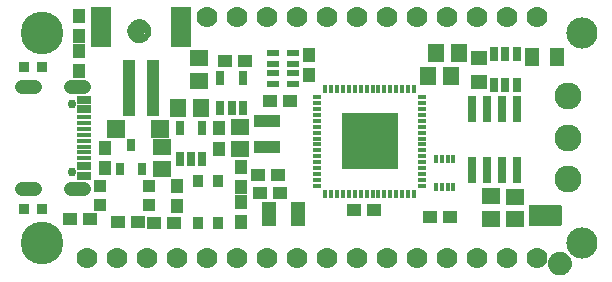
<source format=gbr>
G04 EAGLE Gerber RS-274X export*
G75*
%MOMM*%
%FSLAX34Y34*%
%LPD*%
%INSoldermask Top*%
%IPPOS*%
%AMOC8*
5,1,8,0,0,1.08239X$1,22.5*%
G01*
%ADD10C,2.641600*%
%ADD11R,1.601600X1.341600*%
%ADD12R,1.101600X1.176600*%
%ADD13R,1.341600X1.601600*%
%ADD14R,0.901600X0.901600*%
%ADD15R,1.176600X1.101600*%
%ADD16C,1.101600*%
%ADD17C,0.469900*%
%ADD18R,1.001600X1.001600*%
%ADD19C,3.617600*%
%ADD20R,0.651600X1.301600*%
%ADD21C,1.778000*%
%ADD22R,1.101600X4.701600*%
%ADD23R,1.701600X3.501600*%
%ADD24R,1.201600X2.001600*%
%ADD25R,0.951600X1.101600*%
%ADD26R,0.376600X0.701600*%
%ADD27R,1.501600X1.501600*%
%ADD28R,0.736600X1.117600*%
%ADD29R,1.001600X0.551600*%
%ADD30R,0.321600X0.801600*%
%ADD31R,0.801600X0.321600*%
%ADD32R,4.801600X4.801600*%
%ADD33R,2.301600X1.117600*%
%ADD34R,0.701600X2.301600*%
%ADD35C,2.286000*%
%ADD36R,1.401600X1.301600*%
%ADD37R,1.301600X1.601600*%
%ADD38R,1.251600X0.676600*%
%ADD39R,1.251600X0.376600*%
%ADD40C,1.209600*%
%ADD41C,0.751600*%

G36*
X464303Y39386D02*
X464303Y39386D01*
X464422Y39393D01*
X464460Y39406D01*
X464501Y39411D01*
X464611Y39454D01*
X464724Y39491D01*
X464759Y39513D01*
X464796Y39528D01*
X464892Y39598D01*
X464993Y39661D01*
X465021Y39691D01*
X465054Y39714D01*
X465130Y39806D01*
X465211Y39893D01*
X465231Y39928D01*
X465256Y39959D01*
X465307Y40067D01*
X465365Y40171D01*
X465375Y40211D01*
X465392Y40247D01*
X465414Y40364D01*
X465444Y40479D01*
X465448Y40540D01*
X465452Y40560D01*
X465450Y40580D01*
X465454Y40640D01*
X465454Y55880D01*
X465439Y55998D01*
X465432Y56117D01*
X465419Y56155D01*
X465414Y56196D01*
X465371Y56306D01*
X465334Y56419D01*
X465312Y56454D01*
X465297Y56491D01*
X465228Y56587D01*
X465164Y56688D01*
X465134Y56716D01*
X465111Y56749D01*
X465019Y56825D01*
X464932Y56906D01*
X464897Y56926D01*
X464866Y56951D01*
X464758Y57002D01*
X464654Y57060D01*
X464614Y57070D01*
X464578Y57087D01*
X464461Y57109D01*
X464346Y57139D01*
X464286Y57143D01*
X464266Y57147D01*
X464245Y57145D01*
X464185Y57149D01*
X438785Y57149D01*
X438667Y57134D01*
X438548Y57127D01*
X438510Y57114D01*
X438469Y57109D01*
X438359Y57066D01*
X438246Y57029D01*
X438211Y57007D01*
X438174Y56992D01*
X438078Y56923D01*
X437977Y56859D01*
X437949Y56829D01*
X437916Y56806D01*
X437841Y56714D01*
X437759Y56627D01*
X437739Y56592D01*
X437714Y56561D01*
X437663Y56453D01*
X437605Y56349D01*
X437595Y56309D01*
X437578Y56273D01*
X437556Y56156D01*
X437526Y56041D01*
X437522Y55981D01*
X437518Y55961D01*
X437519Y55954D01*
X437518Y55952D01*
X437519Y55936D01*
X437516Y55880D01*
X437516Y40640D01*
X437531Y40522D01*
X437538Y40403D01*
X437551Y40365D01*
X437556Y40324D01*
X437599Y40214D01*
X437636Y40101D01*
X437658Y40066D01*
X437673Y40029D01*
X437743Y39933D01*
X437806Y39832D01*
X437836Y39804D01*
X437859Y39771D01*
X437951Y39696D01*
X438038Y39614D01*
X438073Y39594D01*
X438104Y39569D01*
X438212Y39518D01*
X438316Y39460D01*
X438356Y39450D01*
X438392Y39433D01*
X438509Y39411D01*
X438624Y39381D01*
X438685Y39377D01*
X438705Y39373D01*
X438725Y39375D01*
X438785Y39371D01*
X464185Y39371D01*
X464303Y39386D01*
G37*
D10*
X482600Y203200D03*
X482600Y25400D03*
D11*
X126765Y106605D03*
X126765Y87605D03*
D12*
X251630Y167397D03*
X251630Y184397D03*
D13*
X140960Y139215D03*
X159960Y139215D03*
D14*
X10695Y174225D03*
X25695Y174225D03*
D15*
X120278Y42176D03*
X137278Y42176D03*
D12*
X56896Y217542D03*
X56896Y200542D03*
D16*
X107950Y204470D03*
D17*
X115450Y204470D02*
X115448Y204651D01*
X115441Y204832D01*
X115430Y205013D01*
X115415Y205194D01*
X115395Y205374D01*
X115371Y205554D01*
X115343Y205733D01*
X115310Y205911D01*
X115273Y206088D01*
X115232Y206265D01*
X115187Y206440D01*
X115137Y206615D01*
X115083Y206788D01*
X115025Y206959D01*
X114963Y207130D01*
X114896Y207298D01*
X114826Y207465D01*
X114752Y207631D01*
X114673Y207794D01*
X114591Y207955D01*
X114505Y208115D01*
X114415Y208272D01*
X114321Y208427D01*
X114224Y208580D01*
X114122Y208730D01*
X114018Y208878D01*
X113909Y209024D01*
X113798Y209166D01*
X113682Y209306D01*
X113564Y209443D01*
X113442Y209578D01*
X113317Y209709D01*
X113189Y209837D01*
X113058Y209962D01*
X112923Y210084D01*
X112786Y210202D01*
X112646Y210318D01*
X112504Y210429D01*
X112358Y210538D01*
X112210Y210642D01*
X112060Y210744D01*
X111907Y210841D01*
X111752Y210935D01*
X111595Y211025D01*
X111435Y211111D01*
X111274Y211193D01*
X111111Y211272D01*
X110945Y211346D01*
X110778Y211416D01*
X110610Y211483D01*
X110439Y211545D01*
X110268Y211603D01*
X110095Y211657D01*
X109920Y211707D01*
X109745Y211752D01*
X109568Y211793D01*
X109391Y211830D01*
X109213Y211863D01*
X109034Y211891D01*
X108854Y211915D01*
X108674Y211935D01*
X108493Y211950D01*
X108312Y211961D01*
X108131Y211968D01*
X107950Y211970D01*
X115450Y204470D02*
X115448Y204289D01*
X115441Y204108D01*
X115430Y203927D01*
X115415Y203746D01*
X115395Y203566D01*
X115371Y203386D01*
X115343Y203207D01*
X115310Y203029D01*
X115273Y202852D01*
X115232Y202675D01*
X115187Y202500D01*
X115137Y202325D01*
X115083Y202152D01*
X115025Y201981D01*
X114963Y201810D01*
X114896Y201642D01*
X114826Y201475D01*
X114752Y201309D01*
X114673Y201146D01*
X114591Y200985D01*
X114505Y200825D01*
X114415Y200668D01*
X114321Y200513D01*
X114224Y200360D01*
X114122Y200210D01*
X114018Y200062D01*
X113909Y199916D01*
X113798Y199774D01*
X113682Y199634D01*
X113564Y199497D01*
X113442Y199362D01*
X113317Y199231D01*
X113189Y199103D01*
X113058Y198978D01*
X112923Y198856D01*
X112786Y198738D01*
X112646Y198622D01*
X112504Y198511D01*
X112358Y198402D01*
X112210Y198298D01*
X112060Y198196D01*
X111907Y198099D01*
X111752Y198005D01*
X111595Y197915D01*
X111435Y197829D01*
X111274Y197747D01*
X111111Y197668D01*
X110945Y197594D01*
X110778Y197524D01*
X110610Y197457D01*
X110439Y197395D01*
X110268Y197337D01*
X110095Y197283D01*
X109920Y197233D01*
X109745Y197188D01*
X109568Y197147D01*
X109391Y197110D01*
X109213Y197077D01*
X109034Y197049D01*
X108854Y197025D01*
X108674Y197005D01*
X108493Y196990D01*
X108312Y196979D01*
X108131Y196972D01*
X107950Y196970D01*
X107769Y196972D01*
X107588Y196979D01*
X107407Y196990D01*
X107226Y197005D01*
X107046Y197025D01*
X106866Y197049D01*
X106687Y197077D01*
X106509Y197110D01*
X106332Y197147D01*
X106155Y197188D01*
X105980Y197233D01*
X105805Y197283D01*
X105632Y197337D01*
X105461Y197395D01*
X105290Y197457D01*
X105122Y197524D01*
X104955Y197594D01*
X104789Y197668D01*
X104626Y197747D01*
X104465Y197829D01*
X104305Y197915D01*
X104148Y198005D01*
X103993Y198099D01*
X103840Y198196D01*
X103690Y198298D01*
X103542Y198402D01*
X103396Y198511D01*
X103254Y198622D01*
X103114Y198738D01*
X102977Y198856D01*
X102842Y198978D01*
X102711Y199103D01*
X102583Y199231D01*
X102458Y199362D01*
X102336Y199497D01*
X102218Y199634D01*
X102102Y199774D01*
X101991Y199916D01*
X101882Y200062D01*
X101778Y200210D01*
X101676Y200360D01*
X101579Y200513D01*
X101485Y200668D01*
X101395Y200825D01*
X101309Y200985D01*
X101227Y201146D01*
X101148Y201309D01*
X101074Y201475D01*
X101004Y201642D01*
X100937Y201810D01*
X100875Y201981D01*
X100817Y202152D01*
X100763Y202325D01*
X100713Y202500D01*
X100668Y202675D01*
X100627Y202852D01*
X100590Y203029D01*
X100557Y203207D01*
X100529Y203386D01*
X100505Y203566D01*
X100485Y203746D01*
X100470Y203927D01*
X100459Y204108D01*
X100452Y204289D01*
X100450Y204470D01*
X100452Y204651D01*
X100459Y204832D01*
X100470Y205013D01*
X100485Y205194D01*
X100505Y205374D01*
X100529Y205554D01*
X100557Y205733D01*
X100590Y205911D01*
X100627Y206088D01*
X100668Y206265D01*
X100713Y206440D01*
X100763Y206615D01*
X100817Y206788D01*
X100875Y206959D01*
X100937Y207130D01*
X101004Y207298D01*
X101074Y207465D01*
X101148Y207631D01*
X101227Y207794D01*
X101309Y207955D01*
X101395Y208115D01*
X101485Y208272D01*
X101579Y208427D01*
X101676Y208580D01*
X101778Y208730D01*
X101882Y208878D01*
X101991Y209024D01*
X102102Y209166D01*
X102218Y209306D01*
X102336Y209443D01*
X102458Y209578D01*
X102583Y209709D01*
X102711Y209837D01*
X102842Y209962D01*
X102977Y210084D01*
X103114Y210202D01*
X103254Y210318D01*
X103396Y210429D01*
X103542Y210538D01*
X103690Y210642D01*
X103840Y210744D01*
X103993Y210841D01*
X104148Y210935D01*
X104305Y211025D01*
X104465Y211111D01*
X104626Y211193D01*
X104789Y211272D01*
X104955Y211346D01*
X105122Y211416D01*
X105290Y211483D01*
X105461Y211545D01*
X105632Y211603D01*
X105805Y211657D01*
X105980Y211707D01*
X106155Y211752D01*
X106332Y211793D01*
X106509Y211830D01*
X106687Y211863D01*
X106866Y211891D01*
X107046Y211915D01*
X107226Y211935D01*
X107407Y211950D01*
X107588Y211961D01*
X107769Y211968D01*
X107950Y211970D01*
D16*
X464022Y7690D03*
D17*
X471522Y7690D02*
X471520Y7871D01*
X471513Y8052D01*
X471502Y8233D01*
X471487Y8414D01*
X471467Y8594D01*
X471443Y8774D01*
X471415Y8953D01*
X471382Y9131D01*
X471345Y9308D01*
X471304Y9485D01*
X471259Y9660D01*
X471209Y9835D01*
X471155Y10008D01*
X471097Y10179D01*
X471035Y10350D01*
X470968Y10518D01*
X470898Y10685D01*
X470824Y10851D01*
X470745Y11014D01*
X470663Y11175D01*
X470577Y11335D01*
X470487Y11492D01*
X470393Y11647D01*
X470296Y11800D01*
X470194Y11950D01*
X470090Y12098D01*
X469981Y12244D01*
X469870Y12386D01*
X469754Y12526D01*
X469636Y12663D01*
X469514Y12798D01*
X469389Y12929D01*
X469261Y13057D01*
X469130Y13182D01*
X468995Y13304D01*
X468858Y13422D01*
X468718Y13538D01*
X468576Y13649D01*
X468430Y13758D01*
X468282Y13862D01*
X468132Y13964D01*
X467979Y14061D01*
X467824Y14155D01*
X467667Y14245D01*
X467507Y14331D01*
X467346Y14413D01*
X467183Y14492D01*
X467017Y14566D01*
X466850Y14636D01*
X466682Y14703D01*
X466511Y14765D01*
X466340Y14823D01*
X466167Y14877D01*
X465992Y14927D01*
X465817Y14972D01*
X465640Y15013D01*
X465463Y15050D01*
X465285Y15083D01*
X465106Y15111D01*
X464926Y15135D01*
X464746Y15155D01*
X464565Y15170D01*
X464384Y15181D01*
X464203Y15188D01*
X464022Y15190D01*
X471522Y7690D02*
X471520Y7509D01*
X471513Y7328D01*
X471502Y7147D01*
X471487Y6966D01*
X471467Y6786D01*
X471443Y6606D01*
X471415Y6427D01*
X471382Y6249D01*
X471345Y6072D01*
X471304Y5895D01*
X471259Y5720D01*
X471209Y5545D01*
X471155Y5372D01*
X471097Y5201D01*
X471035Y5030D01*
X470968Y4862D01*
X470898Y4695D01*
X470824Y4529D01*
X470745Y4366D01*
X470663Y4205D01*
X470577Y4045D01*
X470487Y3888D01*
X470393Y3733D01*
X470296Y3580D01*
X470194Y3430D01*
X470090Y3282D01*
X469981Y3136D01*
X469870Y2994D01*
X469754Y2854D01*
X469636Y2717D01*
X469514Y2582D01*
X469389Y2451D01*
X469261Y2323D01*
X469130Y2198D01*
X468995Y2076D01*
X468858Y1958D01*
X468718Y1842D01*
X468576Y1731D01*
X468430Y1622D01*
X468282Y1518D01*
X468132Y1416D01*
X467979Y1319D01*
X467824Y1225D01*
X467667Y1135D01*
X467507Y1049D01*
X467346Y967D01*
X467183Y888D01*
X467017Y814D01*
X466850Y744D01*
X466682Y677D01*
X466511Y615D01*
X466340Y557D01*
X466167Y503D01*
X465992Y453D01*
X465817Y408D01*
X465640Y367D01*
X465463Y330D01*
X465285Y297D01*
X465106Y269D01*
X464926Y245D01*
X464746Y225D01*
X464565Y210D01*
X464384Y199D01*
X464203Y192D01*
X464022Y190D01*
X463841Y192D01*
X463660Y199D01*
X463479Y210D01*
X463298Y225D01*
X463118Y245D01*
X462938Y269D01*
X462759Y297D01*
X462581Y330D01*
X462404Y367D01*
X462227Y408D01*
X462052Y453D01*
X461877Y503D01*
X461704Y557D01*
X461533Y615D01*
X461362Y677D01*
X461194Y744D01*
X461027Y814D01*
X460861Y888D01*
X460698Y967D01*
X460537Y1049D01*
X460377Y1135D01*
X460220Y1225D01*
X460065Y1319D01*
X459912Y1416D01*
X459762Y1518D01*
X459614Y1622D01*
X459468Y1731D01*
X459326Y1842D01*
X459186Y1958D01*
X459049Y2076D01*
X458914Y2198D01*
X458783Y2323D01*
X458655Y2451D01*
X458530Y2582D01*
X458408Y2717D01*
X458290Y2854D01*
X458174Y2994D01*
X458063Y3136D01*
X457954Y3282D01*
X457850Y3430D01*
X457748Y3580D01*
X457651Y3733D01*
X457557Y3888D01*
X457467Y4045D01*
X457381Y4205D01*
X457299Y4366D01*
X457220Y4529D01*
X457146Y4695D01*
X457076Y4862D01*
X457009Y5030D01*
X456947Y5201D01*
X456889Y5372D01*
X456835Y5545D01*
X456785Y5720D01*
X456740Y5895D01*
X456699Y6072D01*
X456662Y6249D01*
X456629Y6427D01*
X456601Y6606D01*
X456577Y6786D01*
X456557Y6966D01*
X456542Y7147D01*
X456531Y7328D01*
X456524Y7509D01*
X456522Y7690D01*
X456524Y7871D01*
X456531Y8052D01*
X456542Y8233D01*
X456557Y8414D01*
X456577Y8594D01*
X456601Y8774D01*
X456629Y8953D01*
X456662Y9131D01*
X456699Y9308D01*
X456740Y9485D01*
X456785Y9660D01*
X456835Y9835D01*
X456889Y10008D01*
X456947Y10179D01*
X457009Y10350D01*
X457076Y10518D01*
X457146Y10685D01*
X457220Y10851D01*
X457299Y11014D01*
X457381Y11175D01*
X457467Y11335D01*
X457557Y11492D01*
X457651Y11647D01*
X457748Y11800D01*
X457850Y11950D01*
X457954Y12098D01*
X458063Y12244D01*
X458174Y12386D01*
X458290Y12526D01*
X458408Y12663D01*
X458530Y12798D01*
X458655Y12929D01*
X458783Y13057D01*
X458914Y13182D01*
X459049Y13304D01*
X459186Y13422D01*
X459326Y13538D01*
X459468Y13649D01*
X459614Y13758D01*
X459762Y13862D01*
X459912Y13964D01*
X460065Y14061D01*
X460220Y14155D01*
X460377Y14245D01*
X460537Y14331D01*
X460698Y14413D01*
X460861Y14492D01*
X461027Y14566D01*
X461194Y14636D01*
X461362Y14703D01*
X461533Y14765D01*
X461704Y14823D01*
X461877Y14877D01*
X462052Y14927D01*
X462227Y14972D01*
X462404Y15013D01*
X462581Y15050D01*
X462759Y15083D01*
X462938Y15111D01*
X463118Y15135D01*
X463298Y15155D01*
X463479Y15170D01*
X463660Y15181D01*
X463841Y15188D01*
X464022Y15190D01*
D18*
X74750Y57405D03*
X74750Y73405D03*
X115750Y73405D03*
X115750Y57405D03*
D19*
X25400Y203200D03*
X25400Y25400D03*
D20*
X142265Y96219D03*
X151765Y96219D03*
X161265Y96219D03*
X161265Y122221D03*
X142265Y122221D03*
D21*
X444500Y12700D03*
X419100Y12700D03*
X393700Y12700D03*
X368300Y12700D03*
X342900Y12700D03*
X317500Y12700D03*
X292100Y12700D03*
X266700Y12700D03*
X241300Y12700D03*
X215900Y12700D03*
X190500Y12700D03*
X165100Y12700D03*
X139700Y12700D03*
X114300Y12700D03*
X88900Y12700D03*
X63500Y12700D03*
D22*
X99220Y156040D03*
X119220Y156040D03*
D23*
X75220Y208040D03*
X143220Y208040D03*
D21*
X165100Y216535D03*
X190500Y216535D03*
X215900Y216535D03*
X241300Y216535D03*
X266700Y216535D03*
X292100Y216535D03*
X317500Y216535D03*
X342900Y216535D03*
X368300Y216535D03*
X393700Y216535D03*
X419100Y216535D03*
X444500Y216535D03*
D20*
X176555Y139145D03*
X186055Y139145D03*
X195555Y139145D03*
X195555Y165147D03*
X176555Y165147D03*
D14*
X25280Y53975D03*
X10280Y53975D03*
D15*
X49158Y45085D03*
X66158Y45085D03*
D11*
X158750Y181585D03*
X158750Y162585D03*
D15*
X180095Y179070D03*
X197095Y179070D03*
D12*
X193929Y42808D03*
X193929Y59808D03*
D15*
X226940Y67310D03*
X209940Y67310D03*
D24*
X218124Y50038D03*
X242124Y50038D03*
D13*
X352577Y166370D03*
X371577Y166370D03*
D25*
X174866Y77317D03*
X174866Y42317D03*
X157366Y77317D03*
X157366Y42317D03*
D26*
X358895Y72328D03*
X363895Y72328D03*
X368895Y72328D03*
X373895Y72328D03*
X358895Y96328D03*
X363895Y96328D03*
X368895Y96328D03*
X373895Y96328D03*
D15*
X370958Y47117D03*
X353958Y47117D03*
D12*
X193802Y72780D03*
X193802Y89780D03*
D15*
X306392Y53263D03*
X289392Y53263D03*
X106925Y42545D03*
X89925Y42545D03*
D27*
X125180Y121920D03*
X88180Y121920D03*
D28*
X100965Y107790D03*
X110465Y87790D03*
X91465Y87790D03*
D29*
X220735Y159720D03*
X237735Y159720D03*
X220735Y168720D03*
X220735Y176720D03*
X220735Y185720D03*
X237735Y185720D03*
X237735Y168720D03*
X237735Y176720D03*
D12*
X175641Y105165D03*
X175641Y122165D03*
X139827Y73524D03*
X139827Y56524D03*
D15*
X208035Y82550D03*
X225035Y82550D03*
D30*
X265395Y66625D03*
X270395Y66625D03*
X275395Y66625D03*
X280395Y66625D03*
X285395Y66625D03*
X290395Y66625D03*
X295395Y66625D03*
X300395Y66625D03*
X305395Y66625D03*
X310395Y66625D03*
X315395Y66625D03*
X320395Y66625D03*
X325395Y66625D03*
X330395Y66625D03*
X335395Y66625D03*
X340395Y66625D03*
D31*
X347395Y73625D03*
X347395Y78625D03*
X347395Y83625D03*
X347395Y88625D03*
X347395Y93625D03*
X347395Y98625D03*
X347395Y103625D03*
X347395Y108625D03*
X347395Y113625D03*
X347395Y118625D03*
X347395Y123625D03*
X347395Y128625D03*
X347395Y133625D03*
X347395Y138625D03*
X347395Y143625D03*
X347395Y148625D03*
D30*
X340395Y155625D03*
X335395Y155625D03*
X330395Y155625D03*
X325395Y155625D03*
X320395Y155625D03*
X315395Y155625D03*
X310395Y155625D03*
X305395Y155625D03*
X300395Y155625D03*
X295395Y155625D03*
X290395Y155625D03*
X285395Y155625D03*
X280395Y155625D03*
X275395Y155625D03*
X270395Y155625D03*
X265395Y155625D03*
D31*
X258395Y148625D03*
X258395Y143625D03*
X258395Y138625D03*
X258395Y133625D03*
X258395Y128625D03*
X258395Y123625D03*
X258395Y118625D03*
X258395Y113625D03*
X258395Y108625D03*
X258395Y103625D03*
X258395Y98625D03*
X258395Y93625D03*
X258395Y88625D03*
X258395Y83625D03*
X258395Y78625D03*
X258395Y73625D03*
D32*
X302895Y111125D03*
D11*
X193167Y123419D03*
X193167Y104419D03*
D33*
X216154Y128745D03*
X216154Y106205D03*
D15*
X235195Y145415D03*
X218195Y145415D03*
D34*
X414655Y139030D03*
X414655Y87030D03*
X427355Y139030D03*
X401955Y139030D03*
X389255Y139030D03*
X427355Y87030D03*
X401955Y87030D03*
X389255Y87030D03*
D35*
X471170Y149300D03*
X471170Y114300D03*
X471170Y79300D03*
D36*
X395605Y161290D03*
X395605Y181610D03*
D13*
X378435Y186055D03*
X359435Y186055D03*
D20*
X408330Y159085D03*
X417830Y159085D03*
X427330Y159085D03*
X427330Y185085D03*
X417830Y185085D03*
X408330Y185085D03*
D37*
X461350Y182245D03*
X440350Y182245D03*
D11*
X426085Y45110D03*
X426085Y64110D03*
X405765Y45745D03*
X405765Y64745D03*
D38*
X61485Y146300D03*
X61485Y138300D03*
D39*
X61485Y131800D03*
X61485Y126800D03*
X61485Y121800D03*
X61485Y116800D03*
X61485Y111800D03*
X61485Y106800D03*
X61485Y101800D03*
X61485Y96800D03*
D38*
X61485Y90300D03*
X61485Y82300D03*
D40*
X19475Y157500D02*
X8395Y157500D01*
X8395Y71100D02*
X19475Y71100D01*
X50195Y71100D02*
X61275Y71100D01*
X61275Y157500D02*
X50195Y157500D01*
D41*
X50735Y85400D03*
X50735Y143200D03*
D12*
X78740Y88655D03*
X78740Y105655D03*
X56515Y187570D03*
X56515Y170570D03*
M02*

</source>
